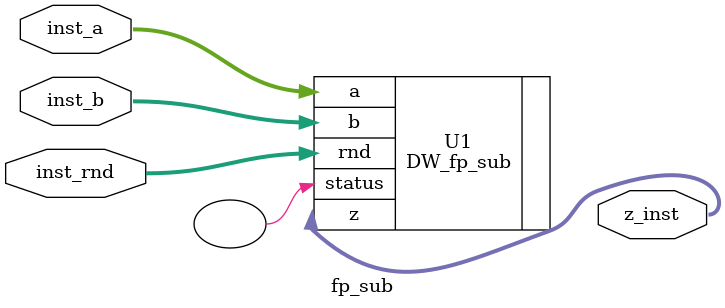
<source format=v>

module SNN(
    // Input Ports
    clk,
    rst_n,
    in_valid,
    Img,
    Kernel,
	Weight,
    Opt,

    // Output Ports
    out_valid,
    out
    );

// IEEE floating point parameter
parameter inst_sig_width = 23;
parameter inst_exp_width = 8;
parameter inst_ieee_compliance = 0;
parameter inst_arch_type = 0;
parameter inst_arch = 0;
parameter inst_faithful_round = 0;

// input and output port
input rst_n, clk, in_valid;
input [inst_sig_width+inst_exp_width:0] Img, Kernel, Weight;
input [1:0] Opt;

output reg	out_valid;
output reg [inst_sig_width+inst_exp_width:0] out;

//==============================================//
//             Parameter and Integer            //
//==============================================//
// state parameter
parameter   IDLE               = 4'd0,
            READ_WEIGHT        = 4'd1,
            CONV               = 4'd2,
            FULL_CONNECTED_1   = 4'd3,
            FULL_CONNECTED_2   = 4'd4,
            FULL_CONNECTED_END = 4'd5,
            NORM_ACT_L1        = 4'd6,
            OUT_VALID          = 4'd7;

integer i;
//==============================================//
//                 reg declaration              //
//==============================================//
// state reg
reg [3:0] current_state, next_state;

// 7-bit counter
reg [6:0] counter;

// 3 kernel, each kernel has 3*3 32-bit data
reg [31:0] Kernel_reg[0:26];

// 1 weight, each weight has 2*2 32-bit data
reg [31:0] Weight_reg[0:3];

// 2-bit Opt
// 2’d0 : Sigmoid & {Replication}
// 2’d1 : Sigmoid & {Zero}
// 2’d2 : tanh & {Replication}
// 2’d3 : tanh & {Zero}
// Opt[1] : 0 -> Sigmoid, 1 -> tanh
// Opt[0] : 0 -> Replication, 1 -> Zero
reg [1:0] Opt_reg;

// original image
reg [31:0] ori_img[0:15];

// feature map
reg [31:0] feature_map[0:31];

// full connected
reg [31:0] full_connected_result[0:7];

// // normalization
// reg [31:0] normalized_result[0:7];

// activation
reg [31:0] activation_result[0:7];

//==============================================//
//             Current State Block              //
//==============================================//
always @(posedge clk or negedge rst_n) begin
    if(!rst_n) current_state <= IDLE;
    else current_state <= next_state;
end

//==============================================//
//              Next State Block                //
//==============================================//
always @(*) begin
    case (current_state)
        IDLE: begin
            if (in_valid) next_state = READ_WEIGHT;
            else next_state = IDLE;
        end
        READ_WEIGHT: begin
            if (counter == 8) next_state = CONV;
            else next_state = READ_WEIGHT;
        end
        CONV: begin
            // after (9 + 1) cycles for reading weight, start convolution
            // 1 cycle for convolution calculation
            if (counter == (95 + 10 + 1)) next_state = FULL_CONNECTED_1;
            else next_state = CONV;
        end
        FULL_CONNECTED_1: begin
            next_state = FULL_CONNECTED_2;
        end
        FULL_CONNECTED_2: begin
            next_state = FULL_CONNECTED_END;
        end
        FULL_CONNECTED_END: begin
            next_state = NORM_ACT_L1;
        end
        NORM_ACT_L1: begin
            // 8 input
            // 5 cycles for normalization and activation calculation
            // 1 cycle for subtraction
            // 1 cycle for addition
            if(counter == (7 + 5 + 1)) next_state = OUT_VALID;
            else next_state = NORM_ACT_L1;
        end
        OUT_VALID: begin
            next_state = IDLE;
        end

        default: next_state = IDLE; // illegal state
    endcase
end

//==============================================//
//            Sequential Block                  //
//==============================================//
// counter
always @(posedge clk or negedge rst_n) begin
    if(!rst_n) counter <= 0;
    else if((current_state == IDLE && next_state != READ_WEIGHT) || current_state == FULL_CONNECTED_2) counter <= 0;
    else counter <= counter + 1;
end

//================================================//
//                    read data                   //
//================================================//
// directly used invalid signal instead of state machine
// read data - ori_img
always @(posedge clk) begin
    // counter from  0 to 15, 16 32-bit data
    // counter from 16 to 31, 16 32-bit data
    // counter from 32 to 47, 16 32-bit data
    // counter from 48 to 63, 16 32-bit data
    if (in_valid) ori_img[counter[3:0]] <= Img;
end

// read data - Kernel
always @(posedge clk) begin
    // counter from 0 to 26, 3 kernel, each kernel has 3*3 32-bit data
    if (in_valid && counter < 27) Kernel_reg[counter] <= Kernel;
end

// read data - Weight
always @(posedge clk) begin
    // counter from 0 to 3, 1 weight, each weight has 2*2 32-bit data
    if (in_valid && counter < 4) Weight_reg[counter] <= Weight;
end

// read data - Opt
always @(posedge clk) begin
    // counter == 0, 2-bit Opt
    if (in_valid && counter == 0) Opt_reg <= Opt;
end


//==============================================//
//             Define 9 multiplier              //
//==============================================//
reg [31:0] mul0_op1, mul0_op2;
wire [31:0] mul0_result;
reg [31:0] mul1_op1, mul1_op2;
wire [31:0] mul1_result;
reg [31:0] mul2_op1, mul2_op2;
wire [31:0] mul2_result;
reg [31:0] mul3_op1, mul3_op2;
wire [31:0] mul3_result;
reg [31:0] mul4_op1, mul4_op2;
wire [31:0] mul4_result;
reg [31:0] mul5_op1, mul5_op2;  
wire [31:0] mul5_result;
reg [31:0] mul6_op1, mul6_op2;
wire [31:0] mul6_result;
reg [31:0] mul7_op1, mul7_op2;
wire [31:0] mul7_result;
reg [31:0] mul8_op1, mul8_op2;
wire [31:0] mul8_result;
fp_mult mult0(.inst_a(mul0_op1), .inst_b(mul0_op2), .inst_rnd(3'b000), .z_inst(mul0_result));
fp_mult mult1(.inst_a(mul1_op1), .inst_b(mul1_op2), .inst_rnd(3'b000), .z_inst(mul1_result));
fp_mult mult2(.inst_a(mul2_op1), .inst_b(mul2_op2), .inst_rnd(3'b000), .z_inst(mul2_result));
fp_mult mult3(.inst_a(mul3_op1), .inst_b(mul3_op2), .inst_rnd(3'b000), .z_inst(mul3_result));
fp_mult mult4(.inst_a(mul4_op1), .inst_b(mul4_op2), .inst_rnd(3'b000), .z_inst(mul4_result));
fp_mult mult5(.inst_a(mul5_op1), .inst_b(mul5_op2), .inst_rnd(3'b000), .z_inst(mul5_result));
fp_mult mult6(.inst_a(mul6_op1), .inst_b(mul6_op2), .inst_rnd(3'b000), .z_inst(mul6_result));
fp_mult mult7(.inst_a(mul7_op1), .inst_b(mul7_op2), .inst_rnd(3'b000), .z_inst(mul7_result));
fp_mult mult8(.inst_a(mul8_op1), .inst_b(mul8_op2), .inst_rnd(3'b000), .z_inst(mul8_result));

//==============================================//
//              Define 8 2-input adder          //
//==============================================//
// reg [31:0] add0_op1, add0_op2;
wire [31:0] add0_result;
// reg [31:0] add1_op1, add1_op2;
wire [31:0] add1_result;
// reg [31:0] add2_op1, add2_op2;
wire [31:0] add2_result;
// reg [31:0] add3_op1, add3_op2;
wire [31:0] add3_result;
reg [31:0] add4_op1, add4_op2;
wire [31:0] add4_result;
reg [31:0] add5_op1, add5_op2;
wire [31:0] add5_result;
reg [31:0] add6_op1, add6_op2;
wire [31:0] add6_result;
// reg [31:0] add7_op1, add7_op2;
wire [31:0] add7_result;
// reg [31:0] add8_op1, add8_op2;
wire [31:0] add8_result;


// 4 2-input adder
fp_add add0(.inst_a(mul0_result), .inst_b(mul1_result), .inst_rnd(3'b000), .z_inst(add0_result));
fp_add add1(.inst_a(mul2_result), .inst_b(mul3_result), .inst_rnd(3'b000), .z_inst(add1_result));
fp_add add2(.inst_a(mul4_result), .inst_b(mul5_result), .inst_rnd(3'b000), .z_inst(add2_result));
fp_add add3(.inst_a(mul6_result), .inst_b(mul7_result), .inst_rnd(3'b000), .z_inst(add3_result));

// 6-input adder
fp_add add4(.inst_a(add4_op1), .inst_b(add4_op2), .inst_rnd(3'b000), .z_inst(add4_result));
fp_add add5(.inst_a(add5_op1), .inst_b(add5_op2), .inst_rnd(3'b000), .z_inst(add5_result));
fp_add add6(.inst_a(add6_op1), .inst_b(add6_op2), .inst_rnd(3'b000), .z_inst(add6_result));
fp_add add7(.inst_a(add4_result), .inst_b(add5_result), .inst_rnd(3'b000), .z_inst(add7_result));
fp_add add8(.inst_a(add7_result), .inst_b(add6_result), .inst_rnd(3'b000), .z_inst(add8_result));

//================================================//
//  after reading weight, start convolution       //
//================================================//
wire [6:0] counter_conv;
wire [6:0] counter_conv_delay1;
wire [6:0] counter_conv_delay2;
assign counter_conv = counter - 9;
assign counter_conv_delay1 = counter_conv - 1;
assign counter_conv_delay2 = counter_conv - 2;

// pooling
wire [31:0] pooling_result[0:7];

// mul_op1
always @(posedge clk) begin
    // row 0
    if(current_state == CONV && counter_conv[3:0] == 0) begin
        mul0_op1 <= (Opt_reg[0])? 0 : ori_img[ 0]; mul1_op1 <= (Opt_reg[0])? 0 : ori_img[ 0]; mul2_op1 <= (Opt_reg[0])? 0 : ori_img[ 1];
        mul3_op1 <= (Opt_reg[0])? 0 : ori_img[ 0]; mul4_op1 <=                   ori_img[ 0]; mul5_op1 <=                   ori_img[ 1];
        mul6_op1 <= (Opt_reg[0])? 0 : ori_img[ 4]; mul7_op1 <=                   ori_img[ 4]; mul8_op1 <=                   ori_img[ 5];
    end else if(current_state == CONV && counter_conv[3:0] == 1) begin
        mul0_op1 <= (Opt_reg[0])? 0 : ori_img[ 0]; mul1_op1 <= (Opt_reg[0])? 0 : ori_img[ 1]; mul2_op1 <= (Opt_reg[0])? 0 : ori_img[ 2];
        mul3_op1 <=                   ori_img[ 0]; mul4_op1 <=                   ori_img[ 1]; mul5_op1 <=                   ori_img[ 2];
        mul6_op1 <=                   ori_img[ 4]; mul7_op1 <=                   ori_img[ 5]; mul8_op1 <=                   ori_img[ 6];
    end else if(current_state == CONV && counter_conv[3:0] == 2) begin
        mul0_op1 <= (Opt_reg[0])? 0 : ori_img[ 1]; mul1_op1 <= (Opt_reg[0])? 0 : ori_img[ 2]; mul2_op1 <= (Opt_reg[0])? 0 : ori_img[ 3];
        mul3_op1 <=                   ori_img[ 1]; mul4_op1 <=                   ori_img[ 2]; mul5_op1 <=                   ori_img[ 3];
        mul6_op1 <=                   ori_img[ 5]; mul7_op1 <=                   ori_img[ 6]; mul8_op1 <=                   ori_img[ 7];
    end else if(current_state == CONV && counter_conv[3:0] == 3) begin
        mul0_op1 <= (Opt_reg[0])? 0 : ori_img[ 2]; mul1_op1 <= (Opt_reg[0])? 0 : ori_img[ 3]; mul2_op1 <= (Opt_reg[0])? 0 : ori_img[ 3];
        mul3_op1 <=                   ori_img[ 2]; mul4_op1 <=                   ori_img[ 3]; mul5_op1 <= (Opt_reg[0])? 0 : ori_img[ 3];
        mul6_op1 <=                   ori_img[ 6]; mul7_op1 <=                   ori_img[ 7]; mul8_op1 <= (Opt_reg[0])? 0 : ori_img[ 7];
    
    // row 1
    end else if(current_state == CONV && counter_conv[3:0] == 4) begin
        mul0_op1 <= (Opt_reg[0])? 0 : ori_img[ 0]; mul1_op1 <=               ori_img[ 0]; mul2_op1 <=                   ori_img[ 1];
        mul3_op1 <= (Opt_reg[0])? 0 : ori_img[ 4]; mul4_op1 <=               ori_img[ 4]; mul5_op1 <=                   ori_img[ 5];
        mul6_op1 <= (Opt_reg[0])? 0 : ori_img[ 8]; mul7_op1 <=               ori_img[ 8]; mul8_op1 <=                   ori_img[ 9];
    end else if(current_state == CONV && counter_conv[3:0] == 5) begin
        mul0_op1 <=                   ori_img[ 0]; mul1_op1 <=               ori_img[ 1]; mul2_op1 <=                   ori_img[ 2];
        mul3_op1 <=                   ori_img[ 4]; mul4_op1 <=               ori_img[ 5]; mul5_op1 <=                   ori_img[ 6];
        mul6_op1 <=                   ori_img[ 8]; mul7_op1 <=               ori_img[ 9]; mul8_op1 <=                   ori_img[10];
    end else if(current_state == CONV && counter_conv[3:0] == 6) begin
        mul0_op1 <=                   ori_img[ 1]; mul1_op1 <=               ori_img[ 2]; mul2_op1 <=                   ori_img[ 3];
        mul3_op1 <=                   ori_img[ 5]; mul4_op1 <=               ori_img[ 6]; mul5_op1 <=                   ori_img[ 7];
        mul6_op1 <=                   ori_img[ 9]; mul7_op1 <=               ori_img[10]; mul8_op1 <=                   ori_img[11];
    end else if(current_state == CONV && counter_conv[3:0] == 7) begin
        mul0_op1 <=                   ori_img[ 2]; mul1_op1 <=               ori_img[ 3]; mul2_op1 <= (Opt_reg[0])? 0 : ori_img[ 3];
        mul3_op1 <=                   ori_img[ 6]; mul4_op1 <=               ori_img[ 7]; mul5_op1 <= (Opt_reg[0])? 0 : ori_img[ 7];
        mul6_op1 <=                   ori_img[10]; mul7_op1 <=               ori_img[11]; mul8_op1 <= (Opt_reg[0])? 0 : ori_img[11];
    
    // row 2
    end else if(current_state == CONV && counter_conv[3:0] == 8) begin
        mul0_op1 <= (Opt_reg[0])? 0 : ori_img[ 4]; mul1_op1 <=               ori_img[ 4]; mul2_op1 <=                   ori_img[ 5];
        mul3_op1 <= (Opt_reg[0])? 0 : ori_img[ 8]; mul4_op1 <=               ori_img[ 8]; mul5_op1 <=                   ori_img[ 9];
        mul6_op1 <= (Opt_reg[0])? 0 : ori_img[12]; mul7_op1 <=               ori_img[12]; mul8_op1 <=                   ori_img[13];
    end else if(current_state == CONV && counter_conv[3:0] == 9) begin
        mul0_op1 <=                   ori_img[ 4]; mul1_op1 <=               ori_img[ 5]; mul2_op1 <=                   ori_img[ 6];
        mul3_op1 <=                   ori_img[ 8]; mul4_op1 <=               ori_img[ 9]; mul5_op1 <=                   ori_img[10];
        mul6_op1 <=                   ori_img[12]; mul7_op1 <=               ori_img[13]; mul8_op1 <=                   ori_img[14];
    end else if(current_state == CONV && counter_conv[3:0] == 10) begin
        mul0_op1 <=                   ori_img[ 5]; mul1_op1 <=               ori_img[ 6]; mul2_op1 <=                   ori_img[ 7];
        mul3_op1 <=                   ori_img[ 9]; mul4_op1 <=               ori_img[10]; mul5_op1 <=                   ori_img[11];
        mul6_op1 <=                   ori_img[13]; mul7_op1 <=               ori_img[14]; mul8_op1 <=                   ori_img[15];
    end else if(current_state == CONV && counter_conv[3:0] == 11) begin
        mul0_op1 <=                   ori_img[ 6]; mul1_op1 <=               ori_img[ 7]; mul2_op1 <= (Opt_reg[0])? 0 : ori_img[ 7];
        mul3_op1 <=                   ori_img[10]; mul4_op1 <=               ori_img[11]; mul5_op1 <= (Opt_reg[0])? 0 : ori_img[11];
        mul6_op1 <=                   ori_img[14]; mul7_op1 <=               ori_img[15]; mul8_op1 <= (Opt_reg[0])? 0 : ori_img[15];

    // row 3
    end else if(current_state == CONV && counter_conv[3:0] == 12) begin
        mul0_op1 <= (Opt_reg[0])? 0 : ori_img[ 8]; mul1_op1 <=                   ori_img[ 8]; mul2_op1 <=                   ori_img[ 9];
        mul3_op1 <= (Opt_reg[0])? 0 : ori_img[12]; mul4_op1 <=                   ori_img[12]; mul5_op1 <=                   ori_img[13];
        mul6_op1 <= (Opt_reg[0])? 0 : ori_img[12]; mul7_op1 <= (Opt_reg[0])? 0 : ori_img[12]; mul8_op1 <= (Opt_reg[0])? 0 : ori_img[13];
    end else if(current_state == CONV && counter_conv[3:0] == 13) begin
        mul0_op1 <=                   ori_img[ 8]; mul1_op1 <=                   ori_img[ 9]; mul2_op1 <=                   ori_img[10];
        mul3_op1 <=                   ori_img[12]; mul4_op1 <=                   ori_img[13]; mul5_op1 <=                   ori_img[14];
        mul6_op1 <= (Opt_reg[0])? 0 : ori_img[12]; mul7_op1 <= (Opt_reg[0])? 0 : ori_img[13]; mul8_op1 <= (Opt_reg[0])? 0 : ori_img[14];
    end else if(current_state == CONV && counter_conv[3:0] == 14) begin
        mul0_op1 <=                   ori_img[ 9]; mul1_op1 <=                   ori_img[10]; mul2_op1 <=                   ori_img[11];
        mul3_op1 <=                   ori_img[13]; mul4_op1 <=                   ori_img[14]; mul5_op1 <=                   ori_img[15];
        mul6_op1 <= (Opt_reg[0])? 0 : ori_img[13]; mul7_op1 <= (Opt_reg[0])? 0 : ori_img[14]; mul8_op1 <= (Opt_reg[0])? 0 : ori_img[15];
    end else if(current_state == CONV && counter_conv[3:0] == 15) begin
        mul0_op1 <=                   ori_img[10]; mul1_op1 <=                   ori_img[11]; mul2_op1 <= (Opt_reg[0])? 0 : ori_img[11];
        mul3_op1 <=                   ori_img[14]; mul4_op1 <=                   ori_img[15]; mul5_op1 <= (Opt_reg[0])? 0 : ori_img[15];
        mul6_op1 <= (Opt_reg[0])? 0 : ori_img[14]; mul7_op1 <= (Opt_reg[0])? 0 : ori_img[15]; mul8_op1 <= (Opt_reg[0])? 0 : ori_img[15];
    end else if(current_state == FULL_CONNECTED_1) begin
        mul0_op1 <= pooling_result[0]; mul1_op1 <= pooling_result[1];
        mul2_op1 <= pooling_result[0]; mul3_op1 <= pooling_result[1];
        mul4_op1 <= pooling_result[2]; mul5_op1 <= pooling_result[3];
        mul6_op1 <= pooling_result[2]; mul7_op1 <= pooling_result[3];
        mul8_op1 <= 0;
    end else if(current_state == FULL_CONNECTED_2) begin
        mul0_op1 <= pooling_result[4 + 0]; mul1_op1 <= pooling_result[4 + 1];
        mul2_op1 <= pooling_result[4 + 0]; mul3_op1 <= pooling_result[4 + 1];
        mul4_op1 <= pooling_result[4 + 2]; mul5_op1 <= pooling_result[4 + 3];
        mul6_op1 <= pooling_result[4 + 2]; mul7_op1 <= pooling_result[4 + 3];
        mul8_op1 <= 0;
    end
end

// mul_op2
reg [4:0] offset_k;
always @(*) begin
    if(counter_conv[6:4] == 3'd0 || counter_conv[6:4] == 3'd3) offset_k = 0;
    else if(counter_conv[6:4] == 3'd1 || counter_conv[6:4] == 3'd4) offset_k = 9;
    else if(counter_conv[6:4] == 3'd2 || counter_conv[6:4] == 3'd5) offset_k = 18;
    else offset_k = 0;
end

always @(posedge clk) begin
    if(current_state == CONV) begin
        mul0_op2 <= Kernel_reg[offset_k + 0];
        mul1_op2 <= Kernel_reg[offset_k + 1];
        mul2_op2 <= Kernel_reg[offset_k + 2];
        mul3_op2 <= Kernel_reg[offset_k + 3];
        mul4_op2 <= Kernel_reg[offset_k + 4];
        mul5_op2 <= Kernel_reg[offset_k + 5];
        mul6_op2 <= Kernel_reg[offset_k + 6];
        mul7_op2 <= Kernel_reg[offset_k + 7];
        mul8_op2 <= Kernel_reg[offset_k + 8];
    end if(current_state == FULL_CONNECTED_1 || current_state == FULL_CONNECTED_2) begin
        mul0_op2 <= Weight_reg[0];
        mul1_op2 <= Weight_reg[2];
        mul2_op2 <= Weight_reg[1];
        mul3_op2 <= Weight_reg[3];
        mul4_op2 <= Weight_reg[0];
        mul5_op2 <= Weight_reg[2];
        mul6_op2 <= Weight_reg[1];
        mul7_op2 <= Weight_reg[3];
        mul8_op2 <= 0;
    end
end

// mul_result
// 5 of 6-input
always @(posedge clk) begin
    if(current_state == CONV) begin
        add4_op1 <= add0_result;
        add4_op2 <= add1_result;
        add5_op1 <= add2_result;
        add5_op2 <= add3_result;
        add6_op1 <= mul8_result; // no add
    end
end

// 1 of 6-input
reg [4:0] offset_adder_delay1;
always @(*) begin
    // first 3 image, offset_adder_delay1 =  0
    // last  3 image, offset_adder_delay1 = 16
    if(counter_conv_delay1[6:4] < 3'd3) offset_adder_delay1 = 0;
    else offset_adder_delay1 = 16;
end

always @(posedge clk) begin
    if(current_state == CONV) begin
        add6_op2 <= feature_map[counter_conv_delay1[3:0] + offset_adder_delay1];
    end
end

// add_result
reg [4:0] offset_adder_delay2;
always @(*) begin
    // first 3 image, offset_adder_delay2 =  0
    // last  3 image, offset_adder_delay2 = 16
    if(counter_conv_delay2[6:4] < 3'd3) offset_adder_delay2 = 0;
    else offset_adder_delay2 = 16;
end

always @(posedge clk or negedge rst_n) begin
    if(!rst_n) begin
        for(i = 0; i < 32; i = i + 1) begin
            feature_map[i] <= 0;
        end
    // counter_conv = 0 or 1, do nothing
    end else if(current_state == CONV && counter_conv > 1) begin
        feature_map[counter_conv_delay2[3:0] + offset_adder_delay2] <= add8_result;
    end else if(current_state == OUT_VALID) begin
        for(i = 0; i < 32; i = i + 1) begin
            feature_map[i] <= 0;
        end
    end
end

//================================================//
//       after convolution, start pooling         //
//================================================//
// When zctr is 1, z0 = Max(a,b)
wire [31:0] max_temp[0:15];

// temp max of frist feature map
fp_cmp  cmp0(.inst_a(feature_map[ 0]), .inst_b(feature_map[ 1]), .inst_zctr(1'b1), .aeqb_inst(), .altb_inst(), .agtb_inst(), .unordered_inst(), .z0_inst(max_temp[ 0]), .z1_inst());
fp_cmp  cmp1(.inst_a(feature_map[ 2]), .inst_b(feature_map[ 3]), .inst_zctr(1'b1), .aeqb_inst(), .altb_inst(), .agtb_inst(), .unordered_inst(), .z0_inst(max_temp[ 1]), .z1_inst());
fp_cmp  cmp2(.inst_a(feature_map[ 4]), .inst_b(feature_map[ 5]), .inst_zctr(1'b1), .aeqb_inst(), .altb_inst(), .agtb_inst(), .unordered_inst(), .z0_inst(max_temp[ 2]), .z1_inst());
fp_cmp  cmp3(.inst_a(feature_map[ 6]), .inst_b(feature_map[ 7]), .inst_zctr(1'b1), .aeqb_inst(), .altb_inst(), .agtb_inst(), .unordered_inst(), .z0_inst(max_temp[ 3]), .z1_inst());
fp_cmp  cmp4(.inst_a(feature_map[ 8]), .inst_b(feature_map[ 9]), .inst_zctr(1'b1), .aeqb_inst(), .altb_inst(), .agtb_inst(), .unordered_inst(), .z0_inst(max_temp[ 4]), .z1_inst());
fp_cmp  cmp5(.inst_a(feature_map[10]), .inst_b(feature_map[11]), .inst_zctr(1'b1), .aeqb_inst(), .altb_inst(), .agtb_inst(), .unordered_inst(), .z0_inst(max_temp[ 5]), .z1_inst());
fp_cmp  cmp6(.inst_a(feature_map[12]), .inst_b(feature_map[13]), .inst_zctr(1'b1), .aeqb_inst(), .altb_inst(), .agtb_inst(), .unordered_inst(), .z0_inst(max_temp[ 6]), .z1_inst());
fp_cmp  cmp7(.inst_a(feature_map[14]), .inst_b(feature_map[15]), .inst_zctr(1'b1), .aeqb_inst(), .altb_inst(), .agtb_inst(), .unordered_inst(), .z0_inst(max_temp[ 7]), .z1_inst());
// temp max of second feature map
fp_cmp  cmp8(.inst_a(feature_map[16]), .inst_b(feature_map[17]), .inst_zctr(1'b1), .aeqb_inst(), .altb_inst(), .agtb_inst(), .unordered_inst(), .z0_inst(max_temp[ 8]), .z1_inst());
fp_cmp  cmp9(.inst_a(feature_map[18]), .inst_b(feature_map[19]), .inst_zctr(1'b1), .aeqb_inst(), .altb_inst(), .agtb_inst(), .unordered_inst(), .z0_inst(max_temp[ 9]), .z1_inst());
fp_cmp cmp10(.inst_a(feature_map[20]), .inst_b(feature_map[21]), .inst_zctr(1'b1), .aeqb_inst(), .altb_inst(), .agtb_inst(), .unordered_inst(), .z0_inst(max_temp[10]), .z1_inst());
fp_cmp cmp11(.inst_a(feature_map[22]), .inst_b(feature_map[23]), .inst_zctr(1'b1), .aeqb_inst(), .altb_inst(), .agtb_inst(), .unordered_inst(), .z0_inst(max_temp[11]), .z1_inst());
fp_cmp cmp12(.inst_a(feature_map[24]), .inst_b(feature_map[25]), .inst_zctr(1'b1), .aeqb_inst(), .altb_inst(), .agtb_inst(), .unordered_inst(), .z0_inst(max_temp[12]), .z1_inst());
fp_cmp cmp13(.inst_a(feature_map[26]), .inst_b(feature_map[27]), .inst_zctr(1'b1), .aeqb_inst(), .altb_inst(), .agtb_inst(), .unordered_inst(), .z0_inst(max_temp[13]), .z1_inst());
fp_cmp cmp14(.inst_a(feature_map[28]), .inst_b(feature_map[29]), .inst_zctr(1'b1), .aeqb_inst(), .altb_inst(), .agtb_inst(), .unordered_inst(), .z0_inst(max_temp[14]), .z1_inst());
fp_cmp cmp15(.inst_a(feature_map[30]), .inst_b(feature_map[31]), .inst_zctr(1'b1), .aeqb_inst(), .altb_inst(), .agtb_inst(), .unordered_inst(), .z0_inst(max_temp[15]), .z1_inst());
// pooling result of first feature map
fp_cmp cmp16(.inst_a(max_temp[ 0]), .inst_b(max_temp[ 2]), .inst_zctr(1'b1), .aeqb_inst(), .altb_inst(), .agtb_inst(), .unordered_inst(), .z0_inst(pooling_result[0]), .z1_inst());
fp_cmp cmp17(.inst_a(max_temp[ 1]), .inst_b(max_temp[ 3]), .inst_zctr(1'b1), .aeqb_inst(), .altb_inst(), .agtb_inst(), .unordered_inst(), .z0_inst(pooling_result[1]), .z1_inst());
fp_cmp cmp18(.inst_a(max_temp[ 4]), .inst_b(max_temp[ 6]), .inst_zctr(1'b1), .aeqb_inst(), .altb_inst(), .agtb_inst(), .unordered_inst(), .z0_inst(pooling_result[2]), .z1_inst());
fp_cmp cmp19(.inst_a(max_temp[ 5]), .inst_b(max_temp[ 7]), .inst_zctr(1'b1), .aeqb_inst(), .altb_inst(), .agtb_inst(), .unordered_inst(), .z0_inst(pooling_result[3]), .z1_inst());
// pooling result of second feature map
fp_cmp cmp20(.inst_a(max_temp[ 8]), .inst_b(max_temp[10]), .inst_zctr(1'b1), .aeqb_inst(), .altb_inst(), .agtb_inst(), .unordered_inst(), .z0_inst(pooling_result[4]), .z1_inst());
fp_cmp cmp21(.inst_a(max_temp[ 9]), .inst_b(max_temp[11]), .inst_zctr(1'b1), .aeqb_inst(), .altb_inst(), .agtb_inst(), .unordered_inst(), .z0_inst(pooling_result[5]), .z1_inst());
fp_cmp cmp22(.inst_a(max_temp[12]), .inst_b(max_temp[14]), .inst_zctr(1'b1), .aeqb_inst(), .altb_inst(), .agtb_inst(), .unordered_inst(), .z0_inst(pooling_result[6]), .z1_inst());
fp_cmp cmp23(.inst_a(max_temp[13]), .inst_b(max_temp[15]), .inst_zctr(1'b1), .aeqb_inst(), .altb_inst(), .agtb_inst(), .unordered_inst(), .z0_inst(pooling_result[7]), .z1_inst());

//================================================//
//       after pooling, start full connected      //
//================================================//
always @(posedge clk or negedge rst_n) begin
    if(!rst_n) begin
        for(i = 0; i < 8; i = i + 1) begin
            full_connected_result[i] <= 0;
        end
    end
    // delay 1 cycle after FULL_CONNECTED_1
    else if(current_state == FULL_CONNECTED_2) begin
        full_connected_result[0] <= add0_result;
        full_connected_result[1] <= add1_result;
        full_connected_result[2] <= add2_result;
        full_connected_result[3] <= add3_result;
    // delay 1 cycle after FULL_CONNECTED_2
    end else if(current_state == FULL_CONNECTED_END) begin
        full_connected_result[4] <= add0_result;
        full_connected_result[5] <= add1_result;
        full_connected_result[6] <= add2_result;
        full_connected_result[7] <= add3_result;
    end
end

//================================================//
//       after full connected, start normalizing  //
//================================================//
// determine max and min
wire [31:0] max_normalize[0:3];
wire [31:0] min_normalize[0:3];
wire [31:0] max[0:1], min[0:1];
fp_cmp cmp24(.inst_a(full_connected_result[0]), .inst_b(full_connected_result[1]), .inst_zctr(1'b1), .aeqb_inst(), .altb_inst(), .agtb_inst(), .unordered_inst(), .z0_inst(max_normalize[0]), .z1_inst(min_normalize[0]));
fp_cmp cmp25(.inst_a(full_connected_result[2]), .inst_b(full_connected_result[3]), .inst_zctr(1'b1), .aeqb_inst(), .altb_inst(), .agtb_inst(), .unordered_inst(), .z0_inst(max_normalize[1]), .z1_inst(min_normalize[1]));
fp_cmp cmp26(.inst_a(full_connected_result[4]), .inst_b(full_connected_result[5]), .inst_zctr(1'b1), .aeqb_inst(), .altb_inst(), .agtb_inst(), .unordered_inst(), .z0_inst(max_normalize[2]), .z1_inst(min_normalize[2]));
fp_cmp cmp27(.inst_a(full_connected_result[6]), .inst_b(full_connected_result[7]), .inst_zctr(1'b1), .aeqb_inst(), .altb_inst(), .agtb_inst(), .unordered_inst(), .z0_inst(max_normalize[3]), .z1_inst(min_normalize[3]));

fp_cmp cmp28(.inst_a(max_normalize[0]), .inst_b(max_normalize[1]), .inst_zctr(1'b1), .aeqb_inst(), .altb_inst(), .agtb_inst(), .unordered_inst(), .z0_inst(max[0]), .z1_inst());
fp_cmp cmp29(.inst_a(max_normalize[2]), .inst_b(max_normalize[3]), .inst_zctr(1'b1), .aeqb_inst(), .altb_inst(), .agtb_inst(), .unordered_inst(), .z0_inst(max[1]), .z1_inst());
fp_cmp cmp30(.inst_a(min_normalize[0]), .inst_b(min_normalize[1]), .inst_zctr(1'b1), .aeqb_inst(), .altb_inst(), .agtb_inst(), .unordered_inst(), .z0_inst(), .z1_inst(min[0]));
fp_cmp cmp31(.inst_a(min_normalize[2]), .inst_b(min_normalize[3]), .inst_zctr(1'b1), .aeqb_inst(), .altb_inst(), .agtb_inst(), .unordered_inst(), .z0_inst(), .z1_inst(min[1]));


//==============================================//
//              Define 2 divider                //
//==============================================// 
reg  [31:0] div0_op1, div0_op2;
wire [31:0] div0_result;
reg  [31:0] div1_op1, div1_op2;
wire [31:0] div1_result;
fp_div div0(.inst_a(div0_op1), .inst_b(div0_op2), .inst_rnd(3'b000), .z_inst(div0_result));
fp_div div1(.inst_a(div1_op1), .inst_b(div1_op2), .inst_rnd(3'b000), .z_inst(div1_result));

//==============================================//
//              Define 2 subtractor             //
//==============================================//
reg  [31:0] sub0_op1, sub0_op2;
wire [31:0] sub0_result;
reg  [31:0] sub1_op1, sub1_op2;
wire [31:0] sub1_result;
fp_sub sub0(.inst_a(sub0_op1), .inst_b(sub0_op2), .inst_rnd(3'b000), .z_inst(sub0_result));
fp_sub sub1(.inst_a(sub1_op1), .inst_b(sub1_op2), .inst_rnd(3'b000), .z_inst(sub1_result));

//==============================================//
//              Define 2 adder                  //
//==============================================//
reg  [31:0] add9_op1, add9_op2;
wire [31:0] add9_result;
reg  [31:0] add10_op1, add10_op2;
wire [31:0] add10_result;
fp_add add9(.inst_a(add9_op1), .inst_b(add9_op2), .inst_rnd(3'b000), .z_inst(add9_result));
fp_add add10(.inst_a(add10_op1), .inst_b(add10_op2), .inst_rnd(3'b000), .z_inst(add10_result));

//==============================================//
//              Define 1 exp                    //
//==============================================//
reg [31:0] exp_input;
wire [31:0] exp_result;
fp_exp exp0(.inst_a(exp_input), .z_inst(exp_result));

// cycle 1
// sub0_op1 = x and sub0_op2 = min
always @(posedge clk) begin
    // first 4 cycle, x = full_connected_result[counter], min = min[0]
    // last  4 cycle, x = full_connected_result[counter], min = min[1]
    if(current_state == FULL_CONNECTED_END || current_state == NORM_ACT_L1) begin
        sub0_op1 <= full_connected_result[counter];
        sub0_op2 <= min[counter[2]];
    end
end

// sub1_op1 = max and sub1_op2 = min
always @(posedge clk) begin
    // first 4 cycle, max = max[0], min = min[0]
    // last  4 cycle, max = max[1], min = min[1]
    if(current_state == FULL_CONNECTED_END || current_state == NORM_ACT_L1) begin
        sub1_op1 <= max[counter[2]];
        sub1_op2 <= min[counter[2]];
    end
end

// cycle 2
// divider for normalization
always @(posedge clk) begin
    if(current_state == NORM_ACT_L1) begin
        div0_op1 <= sub0_result;
        div0_op2 <= sub1_result;
    end
end

// cycle 3
// exp for activation
// z_vlaue = div0_result
// Opt[1] = 1 : tanh activation
// Opt[1] = 0 : sigmoid activation
wire [31:0] exp_input_wire;
assign exp_input_wire = (Opt_reg[1])?  {div0_result[31], (div0_result[30:23] + 1'b1), div0_result[22:0]} : {~div0_result[31], div0_result[30:0]}; // 2 * z or -z

always @(posedge clk) begin
    if(current_state == NORM_ACT_L1) begin
        exp_input <= exp_input_wire;
    end
end

// cycle 4
always @(posedge clk) begin
    if(current_state == NORM_ACT_L1) begin
        // Opt[1] = 1 : tanh activation
        // Opt[1] = 0 : sigmoid activation
        // -1 in IEEE 754 is 32'b10111111100000000000000000000000
        // +1 in IEEE 754 is 32'b00111111100000000000000000000000
        // +0 in IEEE 754 is 32'b00000000000000000000000000000000
        // +2 in IEEE 754 is 32'b01000000000000000000000000000000
        add9_op1 <= (Opt_reg[1])? exp_result : 32'b01000000000000000000000000000000; // exp_result or 2
        add9_op2 <= 32'b10111111100000000000000000000000; // -1
        add10_op1 <= exp_result; // exp_result
        add10_op2 <= 32'b00111111100000000000000000000000; // +1
    end
end

// cycle 5
// divider for activation
always @(posedge clk) begin
    if(current_state == NORM_ACT_L1) begin
        div1_op1 <= add9_result;
        div1_op2 <= add10_result;
    end
end

// cycle 6
// store activation result
always @(posedge clk) begin
    if(current_state == NORM_ACT_L1) begin
        activation_result[counter - 5] <= div1_result;
    end
end

//================================================//
//       after activation, start L1 distance      //
//================================================//
// L1_distance = sum of |activation_result of image 0 - activation_result of image 1|
reg [31:0] L1_distance;
reg [31:0] sub2_op1, sub2_op2;
wire [31:0] sub2_result;
// reg [31:0] add11_op1, add11_op2;
wire [31:0] add11_result;

fp_sub sub2(.inst_a(sub2_op1), .inst_b(sub2_op2), .inst_rnd(3'b000), .z_inst(sub2_result));
fp_add add11(.inst_a({1'b0, sub2_result[30:0]}), .inst_b(L1_distance), .inst_rnd(3'b000), .z_inst(add11_result));

// counter = 6 + 4 = 10
always @(posedge clk) begin
    if(current_state == NORM_ACT_L1 && counter >= 9) begin
        sub2_op1 <= activation_result[counter - 9];
        sub2_op2 <= div1_result;
    end
end

// counter = 11
always @(posedge clk or negedge rst_n) begin
    if(!rst_n) begin
        L1_distance <= 0;
    end else if(current_state == NORM_ACT_L1 && counter >= 10) begin
        L1_distance <= add11_result;
    end else if(current_state == FULL_CONNECTED_END) begin
        L1_distance <= 0;
    end
end

//================================================//
//              Output L1 distance                //
//================================================//
always @(posedge clk or negedge rst_n) begin
    if(!rst_n) begin
        out_valid <= 0;
        out <= 0;
    end else if(current_state == OUT_VALID) begin
        out_valid <= 1;
        out <= L1_distance;
    end else begin
        out_valid <= 0;
        out <= 0;
    end
end

endmodule

//==============================================//
//                 DesignWare IP                //
//==============================================//
// multiplication of floating point
module fp_mult( inst_a, inst_b, inst_rnd, z_inst);

parameter sig_width = 23;
parameter exp_width = 8;
parameter ieee_compliance = 1;
parameter en_ubr_flag = 0;

input [sig_width+exp_width : 0] inst_a;
input [sig_width+exp_width : 0] inst_b;
input [2 : 0] inst_rnd;
output [sig_width+exp_width : 0] z_inst;
// output [7 : 0] status_inst;

    // Instance of DW_fp_mult
    DW_fp_mult #(sig_width, exp_width, ieee_compliance, en_ubr_flag)
	  U1 ( .a(inst_a), .b(inst_b), .rnd(inst_rnd), .z(z_inst), .status() );

endmodule

//================================================//
// 2-input adder of floating point
module fp_add(inst_a, inst_b, inst_rnd, z_inst);

parameter sig_width = 23;
parameter exp_width = 8;
parameter ieee_compliance = 0;


input [sig_width+exp_width : 0] inst_a;
input [sig_width+exp_width : 0] inst_b;
input [2 : 0] inst_rnd;
output [sig_width+exp_width : 0] z_inst;
// output [7 : 0] status_inst;

    // Instance of DW_fp_add
    DW_fp_add #(sig_width, exp_width, ieee_compliance)
	  U1 ( .a(inst_a), .b(inst_b), .rnd(inst_rnd), .z(z_inst), .status() );

endmodule

//================================================//
// comparation of floating point
module fp_cmp( inst_a, inst_b, inst_zctr, aeqb_inst, altb_inst, 
		agtb_inst, unordered_inst, z0_inst, z1_inst);

parameter sig_width = 23;
parameter exp_width = 8;
parameter ieee_compliance = 0;


input [sig_width+exp_width : 0] inst_a;
input [sig_width+exp_width : 0] inst_b;
input inst_zctr;
output aeqb_inst;
output altb_inst;
output agtb_inst;
output unordered_inst;
output [sig_width+exp_width : 0] z0_inst;
output [sig_width+exp_width : 0] z1_inst;
// output [7 : 0] status0_inst;
// output [7 : 0] status1_inst;

    // Instance of DW_fp_cmp
    DW_fp_cmp #(sig_width, exp_width, ieee_compliance)
	  U1 ( .a(inst_a), .b(inst_b), .zctr(inst_zctr), .aeqb(aeqb_inst), 
		.altb(altb_inst), .agtb(agtb_inst), .unordered(unordered_inst), 
		.z0(z0_inst), .z1(z1_inst), .status0(), 
		.status1() );

endmodule

//================================================//
// division of floating point
module fp_div( inst_a, inst_b, inst_rnd, z_inst);

parameter sig_width = 23;
parameter exp_width = 8;
parameter ieee_compliance = 0;
parameter faithful_round = 0;
parameter en_ubr_flag = 0;


input [sig_width+exp_width : 0] inst_a;
input [sig_width+exp_width : 0] inst_b;
input [2 : 0] inst_rnd;
output [sig_width+exp_width : 0] z_inst;
// output [7 : 0] status_inst;

  // Instance of DW_fp_div
DW_fp_div #(sig_width, exp_width, ieee_compliance, faithful_round, en_ubr_flag) U1 
( .a(inst_a), .b(inst_b), .rnd(inst_rnd), .z(z_inst), .status());

endmodule

//================================================//
// exponent of floating point
module fp_exp( inst_a, z_inst);

// parameter inst_sig_width = 10;
parameter inst_sig_width = 23;
// parameter inst_exp_width = 5;
parameter inst_exp_width = 8;
parameter inst_ieee_compliance = 0;
parameter inst_arch = 2;


input [inst_sig_width+inst_exp_width : 0] inst_a;
output [inst_sig_width+inst_exp_width : 0] z_inst;
// output [7 : 0] status_inst;

    // Instance of DW_fp_exp
    DW_fp_exp #(inst_sig_width, inst_exp_width, inst_ieee_compliance, inst_arch) U1 (
			.a(inst_a),
			.z(z_inst),
			.status() );

endmodule

//================================================//
// subtraction of floating point
module fp_sub(inst_a, inst_b, inst_rnd, z_inst);

parameter sig_width = 23;
parameter exp_width = 8;
parameter ieee_compliance = 0;


input [sig_width+exp_width : 0] inst_a;
input [sig_width+exp_width : 0] inst_b;
input [2 : 0] inst_rnd;
output [sig_width+exp_width : 0] z_inst;
// output [7 : 0] status_inst;

    // Instance of DW_fp_sub
    DW_fp_sub #(sig_width, exp_width, ieee_compliance)
	  U1 ( .a(inst_a), .b(inst_b), .rnd(inst_rnd), .z(z_inst), .status() );

endmodule
</source>
